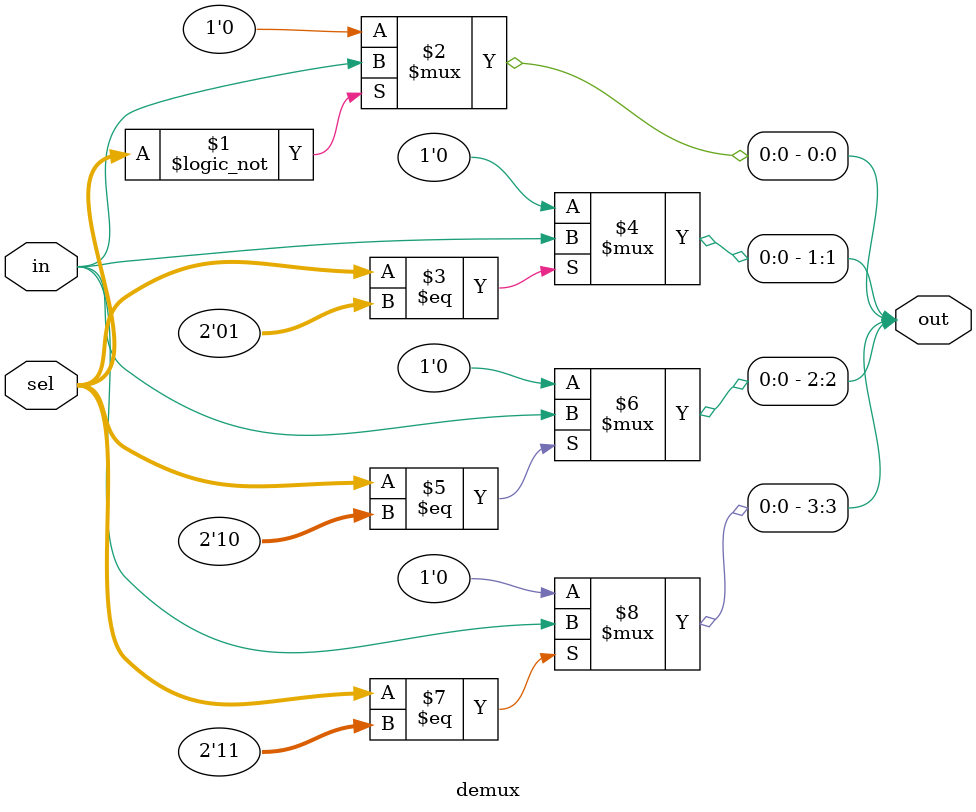
<source format=sv>
module demux #(
	parameter n = 4
)(
	input	logic			in	,
	input	logic [$clog2(n)-1:0]	sel	,
	output	logic [n-1:0]		out
);
	genvar g;
	generate
	for (g = 0; g < n; g++)
		assign out[g] = (sel == g) ? in : '0;
	endgenerate

endmodule

</source>
